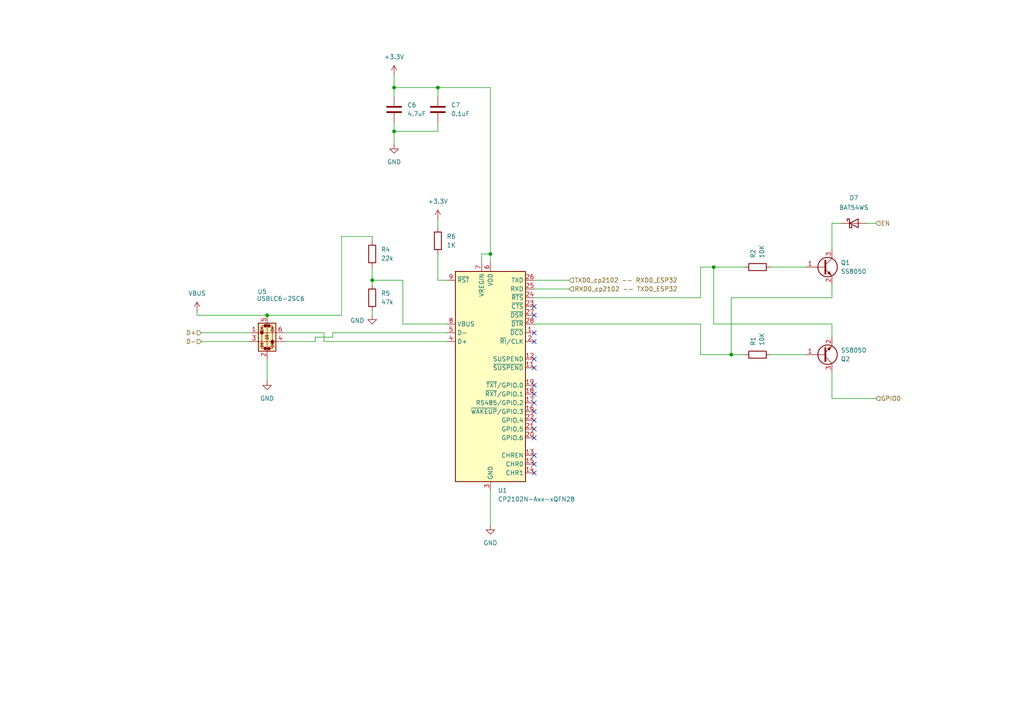
<source format=kicad_sch>
(kicad_sch (version 20250114) (generator "eeschema") (generator_version "9.0")
  (paper "A4")
  (lib_symbols
    (symbol "Device:C" (pin_numbers (hide yes)) (pin_names (offset 0.254))
      (property "Reference" "C" (at 0.635 2.54 0))
      (property "Value" "C" (at 0.635 -2.54 0))
      (symbol "C_0_1"
        (polyline (pts (xy -2.032 0.762) (xy 2.032 0.762)) (stroke (width 0.508)))
        (polyline (pts (xy -2.032 -0.762) (xy 2.032 -0.762)) (stroke (width 0.508)))
      )
      (symbol "C_1_1"
        (pin passive line (at 0 3.81 270) (length 2.794) (name "~") (number "1"))
        (pin passive line (at 0 -3.81 90) (length 2.794) (name "~") (number "2"))
      )
    )
    (symbol "Device:D_Schottky" (pin_numbers (hide yes)) (pin_names (offset 1.016) (hide yes))
      (property "Reference" "D" (at 0 2.54 0))
      (property "Value" "D_Schottky" (at 0 -2.54 0))
      (symbol "D_Schottky_0_1"
        (polyline (pts (xy -1.905 0.635) (xy -1.905 1.27) (xy -1.27 1.27) (xy -1.27 -1.27) (xy -0.635 -1.27) (xy -0.635 -0.635)) (stroke (width 0.254)))
        (polyline (pts (xy 1.27 1.27) (xy 1.27 -1.27) (xy -1.27 0) (xy 1.27 1.27)) (stroke (width 0.254)))
        (polyline (pts (xy 1.27 0) (xy -1.27 0)))
      )
      (symbol "D_Schottky_1_1"
        (pin passive line (at -3.81 0 0) (length 2.54) (name "K") (number "1"))
        (pin passive line (at 3.81 0 180) (length 2.54) (name "A") (number "2"))
      )
    )
    (symbol "Device:R" (pin_numbers (hide yes)) (pin_names (offset 0))
      (property "Reference" "R" (at 2.032 0 90))
      (property "Value" "R" (at 0 0 90))
      (symbol "R_0_1"
        (rectangle (start -1.016 -2.54) (end 1.016 2.54) (stroke (width 0.254)))
      )
      (symbol "R_1_1"
        (pin passive line (at 0 3.81 270) (length 1.27) (name "~") (number "1"))
        (pin passive line (at 0 -3.81 90) (length 1.27) (name "~") (number "2"))
      )
    )
    (symbol "Interface_USB:CP2102N-Axx-xQFN28"
      (property "Reference" "U" (at -8.89 31.75 0))
      (property "Value" "CP2102N-Axx-xQFN28" (at 12.7 31.75 0))
      (symbol "CP2102N-Axx-xQFN28_0_1"
        (rectangle (start -10.16 30.48) (end 10.16 -30.48) (stroke (width 0.254)) (fill (type background)))
      )
      (symbol "CP2102N-Axx-xQFN28_1_1"
        (pin input line (at -12.7 27.94 0) (length 2.54) (name "~{RST}") (number "9"))
        (pin input line (at -12.7 15.24 0) (length 2.54) (name "VBUS") (number "8"))
        (pin bidirectional line (at -12.7 12.7 0) (length 2.54) (name "D-") (number "5"))
        (pin bidirectional line (at -12.7 10.16 0) (length 2.54) (name "D+") (number "4"))
        (pin no_connect line (at -10.16 -27.94 0) (length 2.54) (hide yes) (name "NC") (number "10"))
        (pin power_in line (at -2.54 33.02 270) (length 2.54) (name "VREGIN") (number "7"))
        (pin power_in line (at 0 33.02 270) (length 2.54) (name "VDD") (number "6"))
        (pin passive line (at 0 -33.02 90) (length 2.54) (hide yes) (name "GND") (number "29"))
        (pin power_in line (at 0 -33.02 90) (length 2.54) (name "GND") (number "3"))
        (pin output line (at 12.7 27.94 180) (length 2.54) (name "TXD") (number "26"))
        (pin input line (at 12.7 25.4 180) (length 2.54) (name "RXD") (number "25"))
        (pin output line (at 12.7 22.86 180) (length 2.54) (name "~{RTS}") (number "24"))
        (pin input line (at 12.7 20.32 180) (length 2.54) (name "~{CTS}") (number "23"))
        (pin input line (at 12.7 17.78 180) (length 2.54) (name "~{DSR}") (number "27"))
        (pin output line (at 12.7 15.24 180) (length 2.54) (name "~{DTR}") (number "28"))
        (pin input line (at 12.7 12.7 180) (length 2.54) (name "~{DCD}") (number "1"))
        (pin bidirectional line (at 12.7 10.16 180) (length 2.54) (name "~{RI}/CLK") (number "2"))
        (pin output line (at 12.7 5.08 180) (length 2.54) (name "SUSPEND") (number "12"))
        (pin output line (at 12.7 2.54 180) (length 2.54) (name "~{SUSPEND}") (number "11"))
        (pin bidirectional line (at 12.7 -2.54 180) (length 2.54) (name "~{TXT}/GPIO.0") (number "19"))
        (pin bidirectional line (at 12.7 -5.08 180) (length 2.54) (name "~{RXT}/GPIO.1") (number "18"))
        (pin bidirectional line (at 12.7 -7.62 180) (length 2.54) (name "RS485/GPIO.2") (number "17"))
        (pin bidirectional line (at 12.7 -10.16 180) (length 2.54) (name "~{WAKEUP}/GPIO.3") (number "16"))
        (pin bidirectional line (at 12.7 -12.7 180) (length 2.54) (name "GPIO.4") (number "22"))
        (pin bidirectional line (at 12.7 -15.24 180) (length 2.54) (name "GPIO.5") (number "21"))
        (pin bidirectional line (at 12.7 -17.78 180) (length 2.54) (name "GPIO.6") (number "20"))
        (pin output line (at 12.7 -22.86 180) (length 2.54) (name "CHREN") (number "13"))
        (pin output line (at 12.7 -25.4 180) (length 2.54) (name "CHR0") (number "15"))
        (pin output line (at 12.7 -27.94 180) (length 2.54) (name "CHR1") (number "14"))
      )
    )
    (symbol "Power_Protection:USBLC6-2SC6" (pin_names (hide yes))
      (property "Reference" "U" (at 0.635 5.715 0))
      (property "Value" "USBLC6-2SC6" (at 0.635 3.81 0))
      (symbol "USBLC6-2SC6_0_0"
        (circle (center -1.524 0) (radius 0.0001) (stroke (width 0.508)))
        (circle (center -0.508 2.032) (radius 0.0001) (stroke (width 0.508)))
        (circle (center -0.508 -4.572) (radius 0.0001) (stroke (width 0.508)))
        (circle (center 0.508 2.032) (radius 0.0001) (stroke (width 0.508)))
        (circle (center 0.508 -4.572) (radius 0.0001) (stroke (width 0.508)))
        (circle (center 1.524 -2.54) (radius 0.0001) (stroke (width 0.508)))
      )
      (symbol "USBLC6-2SC6_0_1"
        (polyline (pts (xy -2.54 0) (xy 2.54 0)))
        (polyline (pts (xy -2.54 -2.54) (xy 2.54 -2.54)))
        (polyline (pts (xy -2.032 0.508) (xy -1.016 0.508) (xy -1.524 1.524) (xy -2.032 0.508)))
        (polyline (pts (xy -2.032 -3.048) (xy -1.016 -3.048)))
        (polyline (pts (xy -1.016 1.524) (xy -2.032 1.524)))
        (polyline (pts (xy -1.016 -4.064) (xy -2.032 -4.064) (xy -1.524 -3.048) (xy -1.016 -4.064)))
        (polyline (pts (xy -0.508 -1.143) (xy -0.508 -0.762) (xy 0.508 -0.762)))
        (polyline (pts (xy 0 2.54) (xy -0.508 2.032) (xy 0.508 2.032) (xy 0 1.524) (xy 0 -4.064) (xy -0.508 -4.572) (xy 0.508 -4.572) (xy 0 -5.08)))
        (polyline (pts (xy 0.508 -1.778) (xy -0.508 -1.778) (xy 0 -0.762) (xy 0.508 -1.778)))
        (polyline (pts (xy 1.016 1.524) (xy 2.032 1.524)))
        (polyline (pts (xy 1.016 -3.048) (xy 2.032 -3.048)))
        (polyline (pts (xy 2.032 0.508) (xy 1.016 0.508) (xy 1.524 1.524) (xy 2.032 0.508)))
        (polyline (pts (xy 2.032 -4.064) (xy 1.016 -4.064) (xy 1.524 -3.048) (xy 2.032 -4.064)))
      )
      (symbol "USBLC6-2SC6_1_1"
        (rectangle (start -2.54 2.794) (end 2.54 -5.334) (stroke (width 0.254)) (fill (type background)))
        (polyline (pts (xy -0.508 2.032) (xy -1.524 2.032) (xy -1.524 -4.572) (xy -0.508 -4.572)))
        (polyline (pts (xy 0.508 -4.572) (xy 1.524 -4.572) (xy 1.524 2.032) (xy 0.508 2.032)))
        (pin passive line (at -5.08 0 0) (length 2.54) (name "I/O1") (number "1"))
        (pin passive line (at -5.08 -2.54 0) (length 2.54) (name "I/O2") (number "3"))
        (pin passive line (at 0 5.08 270) (length 2.54) (name "VBUS") (number "5"))
        (pin passive line (at 0 -7.62 90) (length 2.54) (name "GND") (number "2"))
        (pin passive line (at 5.08 0 180) (length 2.54) (name "I/O1") (number "6"))
        (pin passive line (at 5.08 -2.54 180) (length 2.54) (name "I/O2") (number "4"))
      )
    )
    (symbol "R_1" (pin_numbers (hide yes)) (pin_names (offset 0))
      (property "Reference" "R" (at 2.032 0 90))
      (property "Value" "R" (at 0 0 90))
      (symbol "R_1_0_1"
        (rectangle (start -1.016 -2.54) (end 1.016 2.54) (stroke (width 0.254)))
      )
      (symbol "R_1_1_1"
        (pin passive line (at 0 3.81 270) (length 1.27) (name "~") (number "1"))
        (pin passive line (at 0 -3.81 90) (length 1.27) (name "~") (number "2"))
      )
    )
    (symbol "Transistor_BJT:SS8050" (pin_names (offset 0) (hide yes))
      (property "Reference" "Q" (at 5.08 1.905 0))
      (property "Value" "SS8050" (at 5.08 0 0))
      (symbol "SS8050_0_1"
        (polyline (pts (xy -2.54 0) (xy 0.635 0)))
        (polyline (pts (xy 0.635 1.905) (xy 0.635 -1.905)) (stroke (width 0.508)))
        (circle (center 1.27 0) (radius 2.8194) (stroke (width 0.254)))
      )
      (symbol "SS8050_1_1"
        (polyline (pts (xy 0.635 0.635) (xy 2.54 2.54)))
        (polyline (pts (xy 0.635 -0.635) (xy 2.54 -2.54)))
        (polyline (pts (xy 1.27 -1.778) (xy 1.778 -1.27) (xy 2.286 -2.286) (xy 1.27 -1.778)) (fill (type outline)))
        (pin input line (at -5.08 0 0) (length 2.54) (name "B") (number "1"))
        (pin passive line (at 2.54 5.08 270) (length 2.54) (name "C") (number "3"))
        (pin passive line (at 2.54 -5.08 90) (length 2.54) (name "E") (number "2"))
      )
    )
    (symbol "power:+3.3V" (power) (pin_numbers (hide yes)) (pin_names (offset 0) (hide yes))
      (property "Value" "+3.3V" (at 0 3.556 0))
      (symbol "+3.3V_0_1"
        (polyline (pts (xy -0.762 1.27) (xy 0 2.54)))
        (polyline (pts (xy 0 2.54) (xy 0.762 1.27)))
        (polyline (pts (xy 0 0) (xy 0 2.54)))
      )
      (symbol "+3.3V_1_1"
        (pin power_in line (at 0 0 90) (length 0) (name "~") (number "1"))
      )
    )
    (symbol "power:GND" (power) (pin_numbers (hide yes)) (pin_names (offset 0) (hide yes))
      (property "Value" "GND" (at 0 -3.81 0))
      (symbol "GND_0_1"
        (polyline (pts (xy 0 0) (xy 0 -1.27) (xy 1.27 -1.27) (xy 0 -2.54) (xy -1.27 -1.27) (xy 0 -1.27)))
      )
      (symbol "GND_1_1"
        (pin power_in line (at 0 0 270) (length 0) (name "~") (number "1"))
      )
    )
    (symbol "power:VBUS" (power) (pin_numbers (hide yes)) (pin_names (offset 0) (hide yes))
      (property "Value" "VBUS" (at 0 3.556 0))
      (symbol "VBUS_0_1"
        (polyline (pts (xy -0.762 1.27) (xy 0 2.54)))
        (polyline (pts (xy 0 2.54) (xy 0.762 1.27)))
        (polyline (pts (xy 0 0) (xy 0 2.54)))
      )
      (symbol "VBUS_1_1"
        (pin power_in line (at 0 0 90) (length 0) (name "~") (number "1"))
      )
    )
  )
  (junction (at 212.09 102.87))
  (junction (at 207.01 77.47))
  (junction (at 114.3 38.1))
  (junction (at 107.95 81.28))
  (junction (at 142.24 73.66))
  (junction (at 77.47 91.44))
  (junction (at 114.3 25.4))
  (junction (at 127 25.4))
  (no_connect (at 154.94 137.16))
  (no_connect (at 154.94 127))
  (no_connect (at 154.94 96.52))
  (no_connect (at 154.94 132.08))
  (no_connect (at 154.94 111.76))
  (no_connect (at 154.94 134.62))
  (no_connect (at 154.94 88.9))
  (no_connect (at 154.94 114.3))
  (no_connect (at 154.94 116.84))
  (no_connect (at 154.94 119.38))
  (no_connect (at 154.94 104.14))
  (no_connect (at 154.94 99.06))
  (no_connect (at 154.94 106.68))
  (no_connect (at 154.94 91.44))
  (no_connect (at 154.94 124.46))
  (no_connect (at 154.94 121.92))
  (wire (pts (xy 203.2 93.98) (xy 203.2 102.87)))
  (wire (pts (xy 114.3 25.4) (xy 127 25.4)))
  (wire (pts (xy 203.2 77.47) (xy 207.01 77.47)))
  (wire (pts (xy 241.3 86.36) (xy 212.09 86.36)))
  (wire (pts (xy 114.3 21.59) (xy 114.3 25.4)))
  (wire (pts (xy 82.55 96.52) (xy 93.98 96.52)))
  (wire (pts (xy 77.47 91.44) (xy 57.15 91.44)))
  (wire (pts (xy 129.54 81.28) (xy 127 81.28)))
  (wire (pts (xy 139.7 73.66) (xy 142.24 73.66)))
  (wire (pts (xy 212.09 86.36) (xy 212.09 102.87)))
  (wire (pts (xy 241.3 93.98) (xy 207.01 93.98)))
  (wire (pts (xy 99.06 68.58) (xy 99.06 91.44)))
  (wire (pts (xy 107.95 81.28) (xy 116.84 81.28)))
  (wire (pts (xy 241.3 72.39) (xy 241.3 64.77)))
  (wire (pts (xy 241.3 107.95) (xy 241.3 115.57)))
  (wire (pts (xy 116.84 93.98) (xy 129.54 93.98)))
  (wire (pts (xy 127 35.56) (xy 127 38.1)))
  (wire (pts (xy 154.94 93.98) (xy 203.2 93.98)))
  (wire (pts (xy 91.44 97.79) (xy 96.52 97.79)))
  (wire (pts (xy 251.46 64.77) (xy 254 64.77)))
  (wire (pts (xy 114.3 35.56) (xy 114.3 38.1)))
  (wire (pts (xy 223.52 77.47) (xy 233.68 77.47)))
  (wire (pts (xy 107.95 81.28) (xy 107.95 82.55)))
  (wire (pts (xy 114.3 25.4) (xy 114.3 27.94)))
  (wire (pts (xy 91.44 99.06) (xy 91.44 97.79)))
  (wire (pts (xy 93.98 99.06) (xy 129.54 99.06)))
  (wire (pts (xy 114.3 38.1) (xy 114.3 41.91)))
  (wire (pts (xy 96.52 96.52) (xy 129.54 96.52)))
  (wire (pts (xy 58.42 99.06) (xy 72.39 99.06)))
  (wire (pts (xy 127 25.4) (xy 142.24 25.4)))
  (wire (pts (xy 207.01 77.47) (xy 207.01 93.98)))
  (wire (pts (xy 82.55 99.06) (xy 91.44 99.06)))
  (wire (pts (xy 93.98 96.52) (xy 93.98 99.06)))
  (wire (pts (xy 241.3 97.79) (xy 241.3 93.98)))
  (wire (pts (xy 96.52 97.79) (xy 96.52 96.52)))
  (wire (pts (xy 241.3 82.55) (xy 241.3 86.36)))
  (wire (pts (xy 142.24 73.66) (xy 142.24 76.2)))
  (wire (pts (xy 57.15 91.44) (xy 57.15 90.17)))
  (wire (pts (xy 142.24 142.24) (xy 142.24 152.4)))
  (wire (pts (xy 99.06 91.44) (xy 77.47 91.44)))
  (wire (pts (xy 223.52 102.87) (xy 233.68 102.87)))
  (wire (pts (xy 212.09 102.87) (xy 215.9 102.87)))
  (wire (pts (xy 139.7 76.2) (xy 139.7 73.66)))
  (wire (pts (xy 77.47 104.14) (xy 77.47 110.49)))
  (wire (pts (xy 107.95 77.47) (xy 107.95 81.28)))
  (wire (pts (xy 241.3 64.77) (xy 243.84 64.77)))
  (wire (pts (xy 142.24 25.4) (xy 142.24 73.66)))
  (wire (pts (xy 207.01 77.47) (xy 215.9 77.47)))
  (wire (pts (xy 203.2 86.36) (xy 203.2 77.47)))
  (wire (pts (xy 154.94 81.28) (xy 165.1 81.28)))
  (wire (pts (xy 127 81.28) (xy 127 73.66)))
  (wire (pts (xy 107.95 68.58) (xy 107.95 69.85)))
  (wire (pts (xy 107.95 90.17) (xy 107.95 91.44)))
  (wire (pts (xy 127 63.5) (xy 127 66.04)))
  (wire (pts (xy 241.3 115.57) (xy 254 115.57)))
  (wire (pts (xy 127 38.1) (xy 114.3 38.1)))
  (wire (pts (xy 107.95 68.58) (xy 99.06 68.58)))
  (wire (pts (xy 203.2 102.87) (xy 212.09 102.87)))
  (wire (pts (xy 154.94 86.36) (xy 203.2 86.36)))
  (wire (pts (xy 116.84 93.98) (xy 116.84 81.28)))
  (wire (pts (xy 154.94 83.82) (xy 165.1 83.82)))
  (wire (pts (xy 127 25.4) (xy 127 27.94)))
  (wire (pts (xy 58.42 96.52) (xy 72.39 96.52)))
  (hierarchical_label "GPIO0" (shape input) (at 254 115.57 0))
  (hierarchical_label "D-" (shape input) (at 58.42 99.06 180))
  (hierarchical_label "D+" (shape input) (at 58.42 96.52 180))
  (hierarchical_label "RXD0_cp2102 -- TXD0_ESP32" (shape input) (at 165.1 83.82 0))
  (hierarchical_label "EN" (shape input) (at 254 64.77 0))
  (hierarchical_label "TXD0_cp2102 -- RXD0_ESP32" (shape input) (at 165.1 81.28 0))
  (symbol (lib_id "Transistor_BJT:SS8050") (at 238.76 102.87 0) (mirror x) (unit 1)
    (property "Reference" "Q2" (at 243.84 104.1401 0) (effects (justify left)))
    (property "Value" "SS8050" (at 243.84 101.6001 0) (effects (justify left)))
    (property "Footprint" "Package_TO_SOT_SMD:SOT-23" (effects (hide yes)))
    (property "Datasheet" "http://www.secosgmbh.com/datasheet/products/SSMPTransistor/SOT-23/SS8050.pdf" (effects (hide yes)))
    (property "Description" "General Purpose NPN Transistor, 1.5A Ic, 25V Vce, SOT-23" (effects (hide yes)))
  )
  (symbol (lib_name "R_1") (lib_id "Device:R") (at 219.71 77.47 90) (unit 1)
    (property "Reference" "R2" (at 218.4399 74.93 0) (effects (justify left)))
    (property "Value" "10K" (at 220.9799 74.93 0) (effects (justify left)))
    (property "Footprint" "Resistor_SMD:R_0805_2012Metric" (effects (hide yes)))
    (property "Description" "Resistor" (effects (hide yes)))
  )
  (symbol (lib_id "power:GND") (at 77.47 110.49 0) (unit 1)
    (property "Reference" "#PWR046" (effects (hide yes)))
    (property "Value" "GND" (at 77.47 115.57 0))
    (property "Description" "Power symbol creates a global label with name \"GND\" , ground" (effects (hide yes)))
  )
  (symbol (lib_id "Transistor_BJT:SS8050") (at 238.76 77.47 0) (unit 1)
    (property "Reference" "Q1" (at 243.84 76.1999 0) (effects (justify left)))
    (property "Value" "SS8050" (at 243.84 78.7399 0) (effects (justify left)))
    (property "Footprint" "Package_TO_SOT_SMD:SOT-23" (effects (hide yes)))
    (property "Datasheet" "http://www.secosgmbh.com/datasheet/products/SSMPTransistor/SOT-23/SS8050.pdf" (effects (hide yes)))
    (property "Description" "General Purpose NPN Transistor, 1.5A Ic, 25V Vce, SOT-23" (effects (hide yes)))
  )
  (symbol (lib_id "Device:R") (at 107.95 86.36 0) (unit 1)
    (property "Reference" "R5" (at 110.49 85.0899 0) (effects (justify left)))
    (property "Value" "47k" (at 110.49 87.6299 0) (effects (justify left)))
    (property "Footprint" "Resistor_SMD:R_0805_2012Metric" (effects (hide yes)))
    (property "Description" "Resistor" (effects (hide yes)))
  )
  (symbol (lib_id "power:GND") (at 114.3 41.91 0) (unit 1)
    (property "Reference" "#PWR010" (effects (hide yes)))
    (property "Value" "GND" (at 114.3 46.99 0))
    (property "Description" "Power symbol creates a global label with name \"GND\" , ground" (effects (hide yes)))
  )
  (symbol (lib_id "Device:R") (at 107.95 73.66 0) (unit 1)
    (property "Reference" "R4" (at 110.49 72.3899 0) (effects (justify left)))
    (property "Value" "22k" (at 110.49 74.9299 0) (effects (justify left)))
    (property "Footprint" "Resistor_SMD:R_0805_2012Metric" (effects (hide yes)))
    (property "Description" "Resistor" (effects (hide yes)))
  )
  (symbol (lib_id "power:VBUS") (at 57.15 90.17 0) (unit 1)
    (property "Reference" "#PWR012" (effects (hide yes)))
    (property "Value" "VBUS" (at 57.15 85.09 0))
    (property "Description" "Power symbol creates a global label with name \"VBUS\"" (effects (hide yes)))
  )
  (symbol (lib_id "Power_Protection:USBLC6-2SC6") (at 77.47 96.52 0) (unit 1)
    (property "Reference" "U5" (at 74.676 84.582 0) (effects (justify left)))
    (property "Value" "USBLC6-2SC6" (at 74.422 86.614 0) (effects (justify left)))
    (property "Footprint" "Package_TO_SOT_SMD:SOT-23-6" (effects (hide yes)))
    (property "Datasheet" "https://www.st.com/resource/en/datasheet/usblc6-2.pdf" (effects (hide yes)))
    (property "Description" "Very low capacitance ESD protection diode, 2 data-line, SOT-23-6" (effects (hide yes)))
  )
  (symbol (lib_id "Device:C") (at 114.3 31.75 0) (unit 1)
    (property "Reference" "C6" (at 118.11 30.4799 0) (effects (justify left)))
    (property "Value" "4.7uF" (at 118.11 33.0199 0) (effects (justify left)))
    (property "Footprint" "Capacitor_SMD:C_0805_2012Metric" (effects (hide yes)))
    (property "Description" "Unpolarized capacitor" (effects (hide yes)))
  )
  (symbol (lib_id "power:+3.3V") (at 114.3 21.59 0) (unit 1)
    (property "Reference" "#PWR011" (effects (hide yes)))
    (property "Value" "+3.3V" (at 114.3 16.51 0))
    (property "Description" "Power symbol creates a global label with name \"+3.3V\"" (effects (hide yes)))
  )
  (symbol (lib_id "power:GND") (at 142.24 152.4 0) (unit 1)
    (property "Reference" "#PWR02" (effects (hide yes)))
    (property "Value" "GND" (at 142.24 157.48 0))
    (property "Description" "Power symbol creates a global label with name \"GND\" , ground" (effects (hide yes)))
  )
  (symbol (lib_id "Device:R") (at 219.71 102.87 90) (unit 1)
    (property "Reference" "R1" (at 218.4399 100.33 0) (effects (justify left)))
    (property "Value" "10K" (at 220.9799 100.33 0) (effects (justify left)))
    (property "Footprint" "Resistor_SMD:R_0805_2012Metric" (effects (hide yes)))
    (property "Description" "Resistor" (effects (hide yes)))
  )
  (symbol (lib_id "Device:R") (at 127 69.85 0) (unit 1)
    (property "Reference" "R6" (at 129.54 68.5799 0) (effects (justify left)))
    (property "Value" "1K" (at 129.54 71.1199 0) (effects (justify left)))
    (property "Footprint" "Resistor_SMD:R_0805_2012Metric" (effects (hide yes)))
    (property "Description" "Resistor" (effects (hide yes)))
  )
  (symbol (lib_id "power:GND") (at 107.95 91.44 0) (unit 1)
    (property "Reference" "#PWR023" (effects (hide yes)))
    (property "Value" "GND" (at 103.632 92.964 0))
    (property "Description" "Power symbol creates a global label with name \"GND\" , ground" (effects (hide yes)))
  )
  (symbol (lib_id "Device:D_Schottky") (at 247.65 64.77 0) (unit 1)
    (property "Reference" "D7" (at 247.65 57.404 0))
    (property "Value" "BAT54WS" (at 247.65 60.198 0))
    (property "Footprint" "Diode_SMD:D_SOD-323" (effects (hide yes)))
    (property "Description" "Schottky diode" (effects (hide yes)))
  )
  (symbol (lib_id "Interface_USB:CP2102N-Axx-xQFN28") (at 142.24 109.22 0) (unit 1)
    (property "Reference" "U1" (at 144.3833 142.24 0) (effects (justify left)))
    (property "Value" "CP2102N-Axx-xQFN28" (at 144.3833 144.78 0) (effects (justify left)))
    (property "Footprint" "Package_DFN_QFN:QFN-28-1EP_5x5mm_P0.5mm_EP3.35x3.35mm" (effects (hide yes)))
    (property "Datasheet" "https://www.silabs.com/documents/public/data-sheets/cp2102n-datasheet.pdf" (effects (hide yes)))
    (property "Description" "USB to UART master bridge, QFN-28" (effects (hide yes)))
  )
  (symbol (lib_id "power:+3.3V") (at 127 63.5 0) (unit 1)
    (property "Reference" "#PWR024" (effects (hide yes)))
    (property "Value" "+3.3V" (at 127 58.42 0))
    (property "Description" "Power symbol creates a global label with name \"+3.3V\"" (effects (hide yes)))
  )
  (symbol (lib_id "Device:C") (at 127 31.75 0) (unit 1)
    (property "Reference" "C7" (at 130.81 30.4799 0) (effects (justify left)))
    (property "Value" "0.1uF" (at 130.81 33.0199 0) (effects (justify left)))
    (property "Footprint" "Capacitor_SMD:C_0805_2012Metric" (effects (hide yes)))
    (property "Description" "Unpolarized capacitor" (effects (hide yes)))
  )
)
</source>
